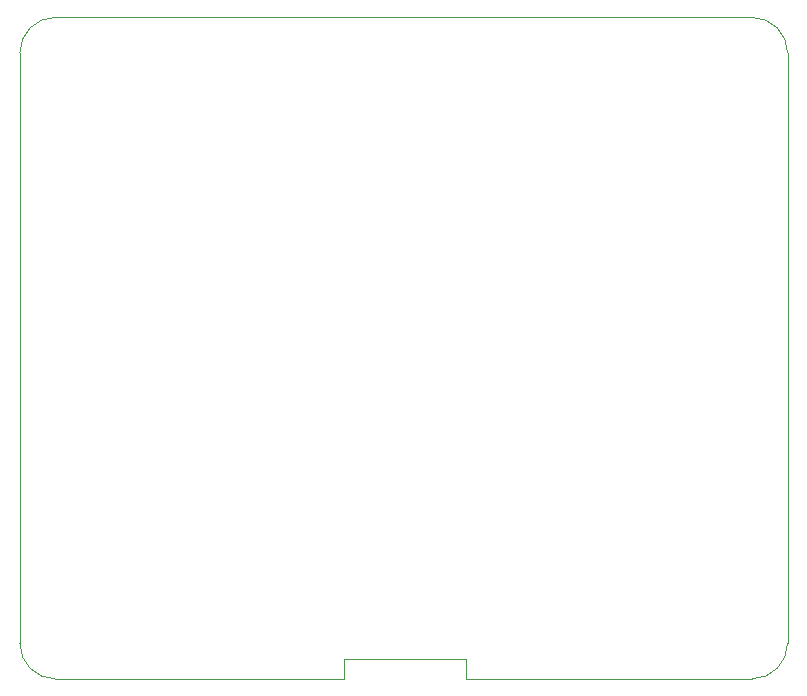
<source format=gbr>
G04 #@! TF.GenerationSoftware,KiCad,Pcbnew,5.0.0-fee4fd1~66~ubuntu18.04.1*
G04 #@! TF.CreationDate,2018-11-03T07:12:00+00:00*
G04 #@! TF.ProjectId,DDS-hat,4444532D6861742E6B696361645F7063,rev?*
G04 #@! TF.SameCoordinates,Original*
G04 #@! TF.FileFunction,Profile,NP*
%FSLAX46Y46*%
G04 Gerber Fmt 4.6, Leading zero omitted, Abs format (unit mm)*
G04 Created by KiCad (PCBNEW 5.0.0-fee4fd1~66~ubuntu18.04.1) date Sat Nov  3 07:12:00 2018*
%MOMM*%
%LPD*%
G01*
G04 APERTURE LIST*
%ADD10C,0.100000*%
G04 APERTURE END LIST*
D10*
X116300000Y-116820000D02*
X140546356Y-116817611D01*
X105960000Y-115110000D02*
X105960000Y-116817611D01*
X116300000Y-115110000D02*
X116300000Y-116820000D01*
X105960000Y-115110000D02*
X116300000Y-115110000D01*
X78546356Y-63817611D02*
X78546356Y-113817611D01*
X78546356Y-63817611D02*
G75*
G02X81546356Y-60817611I3000000J0D01*
G01*
X140546356Y-60817611D02*
X81546356Y-60817611D01*
X140546356Y-60817611D02*
G75*
G02X143546356Y-63817611I0J-3000000D01*
G01*
X143546356Y-113817611D02*
X143546356Y-63817611D01*
X81546356Y-116817611D02*
G75*
G02X78546356Y-113817611I0J3000000D01*
G01*
X81546356Y-116817611D02*
X105960000Y-116820000D01*
X143546351Y-113822847D02*
G75*
G02X140546356Y-116817611I-2999995J5236D01*
G01*
M02*

</source>
